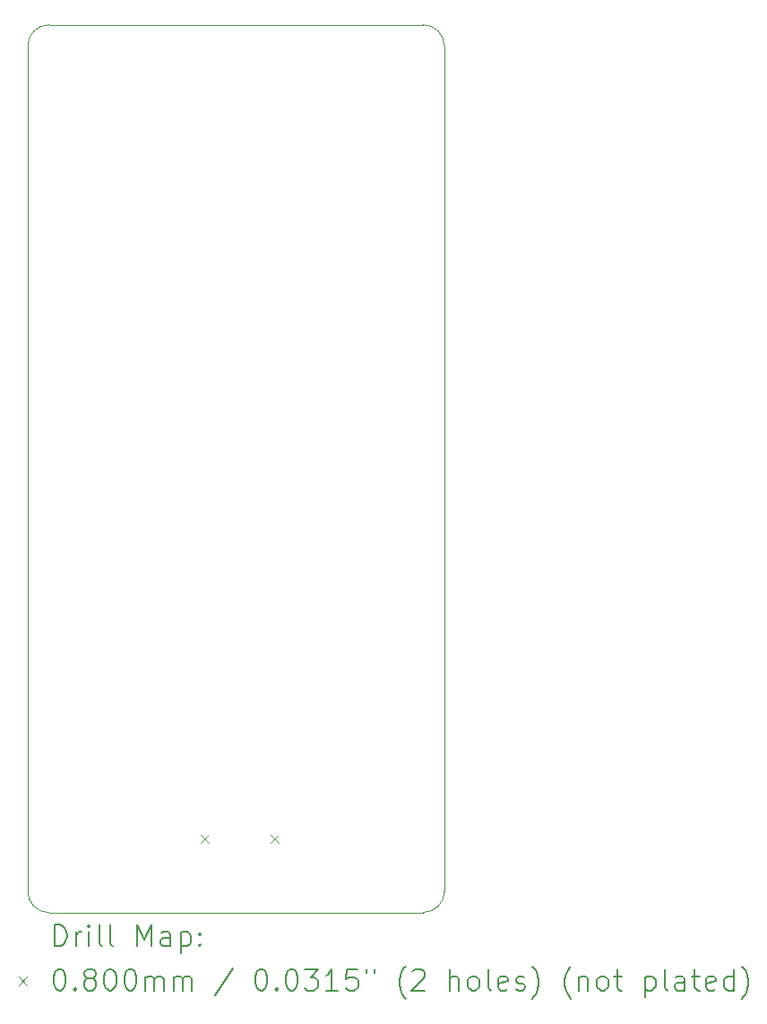
<source format=gbr>
%TF.GenerationSoftware,KiCad,Pcbnew,7.0.7*%
%TF.CreationDate,2023-10-13T22:35:03+09:00*%
%TF.ProjectId,STM32F103_dev_board,53544d33-3246-4313-9033-5f6465765f62,1.1.1*%
%TF.SameCoordinates,Original*%
%TF.FileFunction,Drillmap*%
%TF.FilePolarity,Positive*%
%FSLAX45Y45*%
G04 Gerber Fmt 4.5, Leading zero omitted, Abs format (unit mm)*
G04 Created by KiCad (PCBNEW 7.0.7) date 2023-10-13 22:35:03*
%MOMM*%
%LPD*%
G01*
G04 APERTURE LIST*
%ADD10C,0.100000*%
%ADD11C,0.200000*%
%ADD12C,0.080000*%
G04 APERTURE END LIST*
D10*
X16510000Y-5973000D02*
G75*
G03*
X16310000Y-5773000I-200000J0D01*
G01*
X12773000Y-5773000D02*
G75*
G03*
X12573000Y-5973000I0J-200000D01*
G01*
X16310000Y-14155000D02*
X12773000Y-14155000D01*
X16510000Y-5973000D02*
X16510000Y-13955000D01*
X12573000Y-13955000D02*
G75*
G03*
X12773000Y-14155000I200000J0D01*
G01*
X16310000Y-14155000D02*
G75*
G03*
X16510000Y-13955000I0J200000D01*
G01*
X12573000Y-13955000D02*
X12573000Y-5973000D01*
X12773000Y-5773000D02*
X16310000Y-5773000D01*
D11*
D12*
X14205800Y-13421700D02*
X14285800Y-13501700D01*
X14285800Y-13421700D02*
X14205800Y-13501700D01*
X14865800Y-13421700D02*
X14945800Y-13501700D01*
X14945800Y-13421700D02*
X14865800Y-13501700D01*
D11*
X12828777Y-14471484D02*
X12828777Y-14271484D01*
X12828777Y-14271484D02*
X12876396Y-14271484D01*
X12876396Y-14271484D02*
X12904967Y-14281008D01*
X12904967Y-14281008D02*
X12924015Y-14300055D01*
X12924015Y-14300055D02*
X12933539Y-14319103D01*
X12933539Y-14319103D02*
X12943062Y-14357198D01*
X12943062Y-14357198D02*
X12943062Y-14385769D01*
X12943062Y-14385769D02*
X12933539Y-14423865D01*
X12933539Y-14423865D02*
X12924015Y-14442912D01*
X12924015Y-14442912D02*
X12904967Y-14461960D01*
X12904967Y-14461960D02*
X12876396Y-14471484D01*
X12876396Y-14471484D02*
X12828777Y-14471484D01*
X13028777Y-14471484D02*
X13028777Y-14338150D01*
X13028777Y-14376246D02*
X13038301Y-14357198D01*
X13038301Y-14357198D02*
X13047824Y-14347674D01*
X13047824Y-14347674D02*
X13066872Y-14338150D01*
X13066872Y-14338150D02*
X13085920Y-14338150D01*
X13152586Y-14471484D02*
X13152586Y-14338150D01*
X13152586Y-14271484D02*
X13143062Y-14281008D01*
X13143062Y-14281008D02*
X13152586Y-14290531D01*
X13152586Y-14290531D02*
X13162110Y-14281008D01*
X13162110Y-14281008D02*
X13152586Y-14271484D01*
X13152586Y-14271484D02*
X13152586Y-14290531D01*
X13276396Y-14471484D02*
X13257348Y-14461960D01*
X13257348Y-14461960D02*
X13247824Y-14442912D01*
X13247824Y-14442912D02*
X13247824Y-14271484D01*
X13381158Y-14471484D02*
X13362110Y-14461960D01*
X13362110Y-14461960D02*
X13352586Y-14442912D01*
X13352586Y-14442912D02*
X13352586Y-14271484D01*
X13609729Y-14471484D02*
X13609729Y-14271484D01*
X13609729Y-14271484D02*
X13676396Y-14414341D01*
X13676396Y-14414341D02*
X13743062Y-14271484D01*
X13743062Y-14271484D02*
X13743062Y-14471484D01*
X13924015Y-14471484D02*
X13924015Y-14366722D01*
X13924015Y-14366722D02*
X13914491Y-14347674D01*
X13914491Y-14347674D02*
X13895443Y-14338150D01*
X13895443Y-14338150D02*
X13857348Y-14338150D01*
X13857348Y-14338150D02*
X13838301Y-14347674D01*
X13924015Y-14461960D02*
X13904967Y-14471484D01*
X13904967Y-14471484D02*
X13857348Y-14471484D01*
X13857348Y-14471484D02*
X13838301Y-14461960D01*
X13838301Y-14461960D02*
X13828777Y-14442912D01*
X13828777Y-14442912D02*
X13828777Y-14423865D01*
X13828777Y-14423865D02*
X13838301Y-14404817D01*
X13838301Y-14404817D02*
X13857348Y-14395293D01*
X13857348Y-14395293D02*
X13904967Y-14395293D01*
X13904967Y-14395293D02*
X13924015Y-14385769D01*
X14019253Y-14338150D02*
X14019253Y-14538150D01*
X14019253Y-14347674D02*
X14038301Y-14338150D01*
X14038301Y-14338150D02*
X14076396Y-14338150D01*
X14076396Y-14338150D02*
X14095443Y-14347674D01*
X14095443Y-14347674D02*
X14104967Y-14357198D01*
X14104967Y-14357198D02*
X14114491Y-14376246D01*
X14114491Y-14376246D02*
X14114491Y-14433388D01*
X14114491Y-14433388D02*
X14104967Y-14452436D01*
X14104967Y-14452436D02*
X14095443Y-14461960D01*
X14095443Y-14461960D02*
X14076396Y-14471484D01*
X14076396Y-14471484D02*
X14038301Y-14471484D01*
X14038301Y-14471484D02*
X14019253Y-14461960D01*
X14200205Y-14452436D02*
X14209729Y-14461960D01*
X14209729Y-14461960D02*
X14200205Y-14471484D01*
X14200205Y-14471484D02*
X14190682Y-14461960D01*
X14190682Y-14461960D02*
X14200205Y-14452436D01*
X14200205Y-14452436D02*
X14200205Y-14471484D01*
X14200205Y-14347674D02*
X14209729Y-14357198D01*
X14209729Y-14357198D02*
X14200205Y-14366722D01*
X14200205Y-14366722D02*
X14190682Y-14357198D01*
X14190682Y-14357198D02*
X14200205Y-14347674D01*
X14200205Y-14347674D02*
X14200205Y-14366722D01*
D12*
X12488000Y-14760000D02*
X12568000Y-14840000D01*
X12568000Y-14760000D02*
X12488000Y-14840000D01*
D11*
X12866872Y-14691484D02*
X12885920Y-14691484D01*
X12885920Y-14691484D02*
X12904967Y-14701008D01*
X12904967Y-14701008D02*
X12914491Y-14710531D01*
X12914491Y-14710531D02*
X12924015Y-14729579D01*
X12924015Y-14729579D02*
X12933539Y-14767674D01*
X12933539Y-14767674D02*
X12933539Y-14815293D01*
X12933539Y-14815293D02*
X12924015Y-14853388D01*
X12924015Y-14853388D02*
X12914491Y-14872436D01*
X12914491Y-14872436D02*
X12904967Y-14881960D01*
X12904967Y-14881960D02*
X12885920Y-14891484D01*
X12885920Y-14891484D02*
X12866872Y-14891484D01*
X12866872Y-14891484D02*
X12847824Y-14881960D01*
X12847824Y-14881960D02*
X12838301Y-14872436D01*
X12838301Y-14872436D02*
X12828777Y-14853388D01*
X12828777Y-14853388D02*
X12819253Y-14815293D01*
X12819253Y-14815293D02*
X12819253Y-14767674D01*
X12819253Y-14767674D02*
X12828777Y-14729579D01*
X12828777Y-14729579D02*
X12838301Y-14710531D01*
X12838301Y-14710531D02*
X12847824Y-14701008D01*
X12847824Y-14701008D02*
X12866872Y-14691484D01*
X13019253Y-14872436D02*
X13028777Y-14881960D01*
X13028777Y-14881960D02*
X13019253Y-14891484D01*
X13019253Y-14891484D02*
X13009729Y-14881960D01*
X13009729Y-14881960D02*
X13019253Y-14872436D01*
X13019253Y-14872436D02*
X13019253Y-14891484D01*
X13143062Y-14777198D02*
X13124015Y-14767674D01*
X13124015Y-14767674D02*
X13114491Y-14758150D01*
X13114491Y-14758150D02*
X13104967Y-14739103D01*
X13104967Y-14739103D02*
X13104967Y-14729579D01*
X13104967Y-14729579D02*
X13114491Y-14710531D01*
X13114491Y-14710531D02*
X13124015Y-14701008D01*
X13124015Y-14701008D02*
X13143062Y-14691484D01*
X13143062Y-14691484D02*
X13181158Y-14691484D01*
X13181158Y-14691484D02*
X13200205Y-14701008D01*
X13200205Y-14701008D02*
X13209729Y-14710531D01*
X13209729Y-14710531D02*
X13219253Y-14729579D01*
X13219253Y-14729579D02*
X13219253Y-14739103D01*
X13219253Y-14739103D02*
X13209729Y-14758150D01*
X13209729Y-14758150D02*
X13200205Y-14767674D01*
X13200205Y-14767674D02*
X13181158Y-14777198D01*
X13181158Y-14777198D02*
X13143062Y-14777198D01*
X13143062Y-14777198D02*
X13124015Y-14786722D01*
X13124015Y-14786722D02*
X13114491Y-14796246D01*
X13114491Y-14796246D02*
X13104967Y-14815293D01*
X13104967Y-14815293D02*
X13104967Y-14853388D01*
X13104967Y-14853388D02*
X13114491Y-14872436D01*
X13114491Y-14872436D02*
X13124015Y-14881960D01*
X13124015Y-14881960D02*
X13143062Y-14891484D01*
X13143062Y-14891484D02*
X13181158Y-14891484D01*
X13181158Y-14891484D02*
X13200205Y-14881960D01*
X13200205Y-14881960D02*
X13209729Y-14872436D01*
X13209729Y-14872436D02*
X13219253Y-14853388D01*
X13219253Y-14853388D02*
X13219253Y-14815293D01*
X13219253Y-14815293D02*
X13209729Y-14796246D01*
X13209729Y-14796246D02*
X13200205Y-14786722D01*
X13200205Y-14786722D02*
X13181158Y-14777198D01*
X13343062Y-14691484D02*
X13362110Y-14691484D01*
X13362110Y-14691484D02*
X13381158Y-14701008D01*
X13381158Y-14701008D02*
X13390682Y-14710531D01*
X13390682Y-14710531D02*
X13400205Y-14729579D01*
X13400205Y-14729579D02*
X13409729Y-14767674D01*
X13409729Y-14767674D02*
X13409729Y-14815293D01*
X13409729Y-14815293D02*
X13400205Y-14853388D01*
X13400205Y-14853388D02*
X13390682Y-14872436D01*
X13390682Y-14872436D02*
X13381158Y-14881960D01*
X13381158Y-14881960D02*
X13362110Y-14891484D01*
X13362110Y-14891484D02*
X13343062Y-14891484D01*
X13343062Y-14891484D02*
X13324015Y-14881960D01*
X13324015Y-14881960D02*
X13314491Y-14872436D01*
X13314491Y-14872436D02*
X13304967Y-14853388D01*
X13304967Y-14853388D02*
X13295443Y-14815293D01*
X13295443Y-14815293D02*
X13295443Y-14767674D01*
X13295443Y-14767674D02*
X13304967Y-14729579D01*
X13304967Y-14729579D02*
X13314491Y-14710531D01*
X13314491Y-14710531D02*
X13324015Y-14701008D01*
X13324015Y-14701008D02*
X13343062Y-14691484D01*
X13533539Y-14691484D02*
X13552586Y-14691484D01*
X13552586Y-14691484D02*
X13571634Y-14701008D01*
X13571634Y-14701008D02*
X13581158Y-14710531D01*
X13581158Y-14710531D02*
X13590682Y-14729579D01*
X13590682Y-14729579D02*
X13600205Y-14767674D01*
X13600205Y-14767674D02*
X13600205Y-14815293D01*
X13600205Y-14815293D02*
X13590682Y-14853388D01*
X13590682Y-14853388D02*
X13581158Y-14872436D01*
X13581158Y-14872436D02*
X13571634Y-14881960D01*
X13571634Y-14881960D02*
X13552586Y-14891484D01*
X13552586Y-14891484D02*
X13533539Y-14891484D01*
X13533539Y-14891484D02*
X13514491Y-14881960D01*
X13514491Y-14881960D02*
X13504967Y-14872436D01*
X13504967Y-14872436D02*
X13495443Y-14853388D01*
X13495443Y-14853388D02*
X13485920Y-14815293D01*
X13485920Y-14815293D02*
X13485920Y-14767674D01*
X13485920Y-14767674D02*
X13495443Y-14729579D01*
X13495443Y-14729579D02*
X13504967Y-14710531D01*
X13504967Y-14710531D02*
X13514491Y-14701008D01*
X13514491Y-14701008D02*
X13533539Y-14691484D01*
X13685920Y-14891484D02*
X13685920Y-14758150D01*
X13685920Y-14777198D02*
X13695443Y-14767674D01*
X13695443Y-14767674D02*
X13714491Y-14758150D01*
X13714491Y-14758150D02*
X13743063Y-14758150D01*
X13743063Y-14758150D02*
X13762110Y-14767674D01*
X13762110Y-14767674D02*
X13771634Y-14786722D01*
X13771634Y-14786722D02*
X13771634Y-14891484D01*
X13771634Y-14786722D02*
X13781158Y-14767674D01*
X13781158Y-14767674D02*
X13800205Y-14758150D01*
X13800205Y-14758150D02*
X13828777Y-14758150D01*
X13828777Y-14758150D02*
X13847824Y-14767674D01*
X13847824Y-14767674D02*
X13857348Y-14786722D01*
X13857348Y-14786722D02*
X13857348Y-14891484D01*
X13952586Y-14891484D02*
X13952586Y-14758150D01*
X13952586Y-14777198D02*
X13962110Y-14767674D01*
X13962110Y-14767674D02*
X13981158Y-14758150D01*
X13981158Y-14758150D02*
X14009729Y-14758150D01*
X14009729Y-14758150D02*
X14028777Y-14767674D01*
X14028777Y-14767674D02*
X14038301Y-14786722D01*
X14038301Y-14786722D02*
X14038301Y-14891484D01*
X14038301Y-14786722D02*
X14047824Y-14767674D01*
X14047824Y-14767674D02*
X14066872Y-14758150D01*
X14066872Y-14758150D02*
X14095443Y-14758150D01*
X14095443Y-14758150D02*
X14114491Y-14767674D01*
X14114491Y-14767674D02*
X14124015Y-14786722D01*
X14124015Y-14786722D02*
X14124015Y-14891484D01*
X14514491Y-14681960D02*
X14343063Y-14939103D01*
X14771634Y-14691484D02*
X14790682Y-14691484D01*
X14790682Y-14691484D02*
X14809729Y-14701008D01*
X14809729Y-14701008D02*
X14819253Y-14710531D01*
X14819253Y-14710531D02*
X14828777Y-14729579D01*
X14828777Y-14729579D02*
X14838301Y-14767674D01*
X14838301Y-14767674D02*
X14838301Y-14815293D01*
X14838301Y-14815293D02*
X14828777Y-14853388D01*
X14828777Y-14853388D02*
X14819253Y-14872436D01*
X14819253Y-14872436D02*
X14809729Y-14881960D01*
X14809729Y-14881960D02*
X14790682Y-14891484D01*
X14790682Y-14891484D02*
X14771634Y-14891484D01*
X14771634Y-14891484D02*
X14752586Y-14881960D01*
X14752586Y-14881960D02*
X14743063Y-14872436D01*
X14743063Y-14872436D02*
X14733539Y-14853388D01*
X14733539Y-14853388D02*
X14724015Y-14815293D01*
X14724015Y-14815293D02*
X14724015Y-14767674D01*
X14724015Y-14767674D02*
X14733539Y-14729579D01*
X14733539Y-14729579D02*
X14743063Y-14710531D01*
X14743063Y-14710531D02*
X14752586Y-14701008D01*
X14752586Y-14701008D02*
X14771634Y-14691484D01*
X14924015Y-14872436D02*
X14933539Y-14881960D01*
X14933539Y-14881960D02*
X14924015Y-14891484D01*
X14924015Y-14891484D02*
X14914491Y-14881960D01*
X14914491Y-14881960D02*
X14924015Y-14872436D01*
X14924015Y-14872436D02*
X14924015Y-14891484D01*
X15057348Y-14691484D02*
X15076396Y-14691484D01*
X15076396Y-14691484D02*
X15095444Y-14701008D01*
X15095444Y-14701008D02*
X15104967Y-14710531D01*
X15104967Y-14710531D02*
X15114491Y-14729579D01*
X15114491Y-14729579D02*
X15124015Y-14767674D01*
X15124015Y-14767674D02*
X15124015Y-14815293D01*
X15124015Y-14815293D02*
X15114491Y-14853388D01*
X15114491Y-14853388D02*
X15104967Y-14872436D01*
X15104967Y-14872436D02*
X15095444Y-14881960D01*
X15095444Y-14881960D02*
X15076396Y-14891484D01*
X15076396Y-14891484D02*
X15057348Y-14891484D01*
X15057348Y-14891484D02*
X15038301Y-14881960D01*
X15038301Y-14881960D02*
X15028777Y-14872436D01*
X15028777Y-14872436D02*
X15019253Y-14853388D01*
X15019253Y-14853388D02*
X15009729Y-14815293D01*
X15009729Y-14815293D02*
X15009729Y-14767674D01*
X15009729Y-14767674D02*
X15019253Y-14729579D01*
X15019253Y-14729579D02*
X15028777Y-14710531D01*
X15028777Y-14710531D02*
X15038301Y-14701008D01*
X15038301Y-14701008D02*
X15057348Y-14691484D01*
X15190682Y-14691484D02*
X15314491Y-14691484D01*
X15314491Y-14691484D02*
X15247825Y-14767674D01*
X15247825Y-14767674D02*
X15276396Y-14767674D01*
X15276396Y-14767674D02*
X15295444Y-14777198D01*
X15295444Y-14777198D02*
X15304967Y-14786722D01*
X15304967Y-14786722D02*
X15314491Y-14805769D01*
X15314491Y-14805769D02*
X15314491Y-14853388D01*
X15314491Y-14853388D02*
X15304967Y-14872436D01*
X15304967Y-14872436D02*
X15295444Y-14881960D01*
X15295444Y-14881960D02*
X15276396Y-14891484D01*
X15276396Y-14891484D02*
X15219253Y-14891484D01*
X15219253Y-14891484D02*
X15200206Y-14881960D01*
X15200206Y-14881960D02*
X15190682Y-14872436D01*
X15504967Y-14891484D02*
X15390682Y-14891484D01*
X15447825Y-14891484D02*
X15447825Y-14691484D01*
X15447825Y-14691484D02*
X15428777Y-14720055D01*
X15428777Y-14720055D02*
X15409729Y-14739103D01*
X15409729Y-14739103D02*
X15390682Y-14748627D01*
X15685920Y-14691484D02*
X15590682Y-14691484D01*
X15590682Y-14691484D02*
X15581158Y-14786722D01*
X15581158Y-14786722D02*
X15590682Y-14777198D01*
X15590682Y-14777198D02*
X15609729Y-14767674D01*
X15609729Y-14767674D02*
X15657348Y-14767674D01*
X15657348Y-14767674D02*
X15676396Y-14777198D01*
X15676396Y-14777198D02*
X15685920Y-14786722D01*
X15685920Y-14786722D02*
X15695444Y-14805769D01*
X15695444Y-14805769D02*
X15695444Y-14853388D01*
X15695444Y-14853388D02*
X15685920Y-14872436D01*
X15685920Y-14872436D02*
X15676396Y-14881960D01*
X15676396Y-14881960D02*
X15657348Y-14891484D01*
X15657348Y-14891484D02*
X15609729Y-14891484D01*
X15609729Y-14891484D02*
X15590682Y-14881960D01*
X15590682Y-14881960D02*
X15581158Y-14872436D01*
X15771634Y-14691484D02*
X15771634Y-14729579D01*
X15847825Y-14691484D02*
X15847825Y-14729579D01*
X16143063Y-14967674D02*
X16133539Y-14958150D01*
X16133539Y-14958150D02*
X16114491Y-14929579D01*
X16114491Y-14929579D02*
X16104968Y-14910531D01*
X16104968Y-14910531D02*
X16095444Y-14881960D01*
X16095444Y-14881960D02*
X16085920Y-14834341D01*
X16085920Y-14834341D02*
X16085920Y-14796246D01*
X16085920Y-14796246D02*
X16095444Y-14748627D01*
X16095444Y-14748627D02*
X16104968Y-14720055D01*
X16104968Y-14720055D02*
X16114491Y-14701008D01*
X16114491Y-14701008D02*
X16133539Y-14672436D01*
X16133539Y-14672436D02*
X16143063Y-14662912D01*
X16209729Y-14710531D02*
X16219253Y-14701008D01*
X16219253Y-14701008D02*
X16238301Y-14691484D01*
X16238301Y-14691484D02*
X16285920Y-14691484D01*
X16285920Y-14691484D02*
X16304968Y-14701008D01*
X16304968Y-14701008D02*
X16314491Y-14710531D01*
X16314491Y-14710531D02*
X16324015Y-14729579D01*
X16324015Y-14729579D02*
X16324015Y-14748627D01*
X16324015Y-14748627D02*
X16314491Y-14777198D01*
X16314491Y-14777198D02*
X16200206Y-14891484D01*
X16200206Y-14891484D02*
X16324015Y-14891484D01*
X16562110Y-14891484D02*
X16562110Y-14691484D01*
X16647825Y-14891484D02*
X16647825Y-14786722D01*
X16647825Y-14786722D02*
X16638301Y-14767674D01*
X16638301Y-14767674D02*
X16619253Y-14758150D01*
X16619253Y-14758150D02*
X16590682Y-14758150D01*
X16590682Y-14758150D02*
X16571634Y-14767674D01*
X16571634Y-14767674D02*
X16562110Y-14777198D01*
X16771634Y-14891484D02*
X16752587Y-14881960D01*
X16752587Y-14881960D02*
X16743063Y-14872436D01*
X16743063Y-14872436D02*
X16733539Y-14853388D01*
X16733539Y-14853388D02*
X16733539Y-14796246D01*
X16733539Y-14796246D02*
X16743063Y-14777198D01*
X16743063Y-14777198D02*
X16752587Y-14767674D01*
X16752587Y-14767674D02*
X16771634Y-14758150D01*
X16771634Y-14758150D02*
X16800206Y-14758150D01*
X16800206Y-14758150D02*
X16819253Y-14767674D01*
X16819253Y-14767674D02*
X16828777Y-14777198D01*
X16828777Y-14777198D02*
X16838301Y-14796246D01*
X16838301Y-14796246D02*
X16838301Y-14853388D01*
X16838301Y-14853388D02*
X16828777Y-14872436D01*
X16828777Y-14872436D02*
X16819253Y-14881960D01*
X16819253Y-14881960D02*
X16800206Y-14891484D01*
X16800206Y-14891484D02*
X16771634Y-14891484D01*
X16952587Y-14891484D02*
X16933539Y-14881960D01*
X16933539Y-14881960D02*
X16924015Y-14862912D01*
X16924015Y-14862912D02*
X16924015Y-14691484D01*
X17104968Y-14881960D02*
X17085920Y-14891484D01*
X17085920Y-14891484D02*
X17047825Y-14891484D01*
X17047825Y-14891484D02*
X17028777Y-14881960D01*
X17028777Y-14881960D02*
X17019253Y-14862912D01*
X17019253Y-14862912D02*
X17019253Y-14786722D01*
X17019253Y-14786722D02*
X17028777Y-14767674D01*
X17028777Y-14767674D02*
X17047825Y-14758150D01*
X17047825Y-14758150D02*
X17085920Y-14758150D01*
X17085920Y-14758150D02*
X17104968Y-14767674D01*
X17104968Y-14767674D02*
X17114492Y-14786722D01*
X17114492Y-14786722D02*
X17114492Y-14805769D01*
X17114492Y-14805769D02*
X17019253Y-14824817D01*
X17190682Y-14881960D02*
X17209730Y-14891484D01*
X17209730Y-14891484D02*
X17247825Y-14891484D01*
X17247825Y-14891484D02*
X17266873Y-14881960D01*
X17266873Y-14881960D02*
X17276396Y-14862912D01*
X17276396Y-14862912D02*
X17276396Y-14853388D01*
X17276396Y-14853388D02*
X17266873Y-14834341D01*
X17266873Y-14834341D02*
X17247825Y-14824817D01*
X17247825Y-14824817D02*
X17219253Y-14824817D01*
X17219253Y-14824817D02*
X17200206Y-14815293D01*
X17200206Y-14815293D02*
X17190682Y-14796246D01*
X17190682Y-14796246D02*
X17190682Y-14786722D01*
X17190682Y-14786722D02*
X17200206Y-14767674D01*
X17200206Y-14767674D02*
X17219253Y-14758150D01*
X17219253Y-14758150D02*
X17247825Y-14758150D01*
X17247825Y-14758150D02*
X17266873Y-14767674D01*
X17343063Y-14967674D02*
X17352587Y-14958150D01*
X17352587Y-14958150D02*
X17371634Y-14929579D01*
X17371634Y-14929579D02*
X17381158Y-14910531D01*
X17381158Y-14910531D02*
X17390682Y-14881960D01*
X17390682Y-14881960D02*
X17400206Y-14834341D01*
X17400206Y-14834341D02*
X17400206Y-14796246D01*
X17400206Y-14796246D02*
X17390682Y-14748627D01*
X17390682Y-14748627D02*
X17381158Y-14720055D01*
X17381158Y-14720055D02*
X17371634Y-14701008D01*
X17371634Y-14701008D02*
X17352587Y-14672436D01*
X17352587Y-14672436D02*
X17343063Y-14662912D01*
X17704968Y-14967674D02*
X17695444Y-14958150D01*
X17695444Y-14958150D02*
X17676396Y-14929579D01*
X17676396Y-14929579D02*
X17666873Y-14910531D01*
X17666873Y-14910531D02*
X17657349Y-14881960D01*
X17657349Y-14881960D02*
X17647825Y-14834341D01*
X17647825Y-14834341D02*
X17647825Y-14796246D01*
X17647825Y-14796246D02*
X17657349Y-14748627D01*
X17657349Y-14748627D02*
X17666873Y-14720055D01*
X17666873Y-14720055D02*
X17676396Y-14701008D01*
X17676396Y-14701008D02*
X17695444Y-14672436D01*
X17695444Y-14672436D02*
X17704968Y-14662912D01*
X17781158Y-14758150D02*
X17781158Y-14891484D01*
X17781158Y-14777198D02*
X17790682Y-14767674D01*
X17790682Y-14767674D02*
X17809730Y-14758150D01*
X17809730Y-14758150D02*
X17838301Y-14758150D01*
X17838301Y-14758150D02*
X17857349Y-14767674D01*
X17857349Y-14767674D02*
X17866873Y-14786722D01*
X17866873Y-14786722D02*
X17866873Y-14891484D01*
X17990682Y-14891484D02*
X17971634Y-14881960D01*
X17971634Y-14881960D02*
X17962111Y-14872436D01*
X17962111Y-14872436D02*
X17952587Y-14853388D01*
X17952587Y-14853388D02*
X17952587Y-14796246D01*
X17952587Y-14796246D02*
X17962111Y-14777198D01*
X17962111Y-14777198D02*
X17971634Y-14767674D01*
X17971634Y-14767674D02*
X17990682Y-14758150D01*
X17990682Y-14758150D02*
X18019254Y-14758150D01*
X18019254Y-14758150D02*
X18038301Y-14767674D01*
X18038301Y-14767674D02*
X18047825Y-14777198D01*
X18047825Y-14777198D02*
X18057349Y-14796246D01*
X18057349Y-14796246D02*
X18057349Y-14853388D01*
X18057349Y-14853388D02*
X18047825Y-14872436D01*
X18047825Y-14872436D02*
X18038301Y-14881960D01*
X18038301Y-14881960D02*
X18019254Y-14891484D01*
X18019254Y-14891484D02*
X17990682Y-14891484D01*
X18114492Y-14758150D02*
X18190682Y-14758150D01*
X18143063Y-14691484D02*
X18143063Y-14862912D01*
X18143063Y-14862912D02*
X18152587Y-14881960D01*
X18152587Y-14881960D02*
X18171634Y-14891484D01*
X18171634Y-14891484D02*
X18190682Y-14891484D01*
X18409730Y-14758150D02*
X18409730Y-14958150D01*
X18409730Y-14767674D02*
X18428777Y-14758150D01*
X18428777Y-14758150D02*
X18466873Y-14758150D01*
X18466873Y-14758150D02*
X18485920Y-14767674D01*
X18485920Y-14767674D02*
X18495444Y-14777198D01*
X18495444Y-14777198D02*
X18504968Y-14796246D01*
X18504968Y-14796246D02*
X18504968Y-14853388D01*
X18504968Y-14853388D02*
X18495444Y-14872436D01*
X18495444Y-14872436D02*
X18485920Y-14881960D01*
X18485920Y-14881960D02*
X18466873Y-14891484D01*
X18466873Y-14891484D02*
X18428777Y-14891484D01*
X18428777Y-14891484D02*
X18409730Y-14881960D01*
X18619254Y-14891484D02*
X18600206Y-14881960D01*
X18600206Y-14881960D02*
X18590682Y-14862912D01*
X18590682Y-14862912D02*
X18590682Y-14691484D01*
X18781158Y-14891484D02*
X18781158Y-14786722D01*
X18781158Y-14786722D02*
X18771635Y-14767674D01*
X18771635Y-14767674D02*
X18752587Y-14758150D01*
X18752587Y-14758150D02*
X18714492Y-14758150D01*
X18714492Y-14758150D02*
X18695444Y-14767674D01*
X18781158Y-14881960D02*
X18762111Y-14891484D01*
X18762111Y-14891484D02*
X18714492Y-14891484D01*
X18714492Y-14891484D02*
X18695444Y-14881960D01*
X18695444Y-14881960D02*
X18685920Y-14862912D01*
X18685920Y-14862912D02*
X18685920Y-14843865D01*
X18685920Y-14843865D02*
X18695444Y-14824817D01*
X18695444Y-14824817D02*
X18714492Y-14815293D01*
X18714492Y-14815293D02*
X18762111Y-14815293D01*
X18762111Y-14815293D02*
X18781158Y-14805769D01*
X18847825Y-14758150D02*
X18924015Y-14758150D01*
X18876396Y-14691484D02*
X18876396Y-14862912D01*
X18876396Y-14862912D02*
X18885920Y-14881960D01*
X18885920Y-14881960D02*
X18904968Y-14891484D01*
X18904968Y-14891484D02*
X18924015Y-14891484D01*
X19066873Y-14881960D02*
X19047825Y-14891484D01*
X19047825Y-14891484D02*
X19009730Y-14891484D01*
X19009730Y-14891484D02*
X18990682Y-14881960D01*
X18990682Y-14881960D02*
X18981158Y-14862912D01*
X18981158Y-14862912D02*
X18981158Y-14786722D01*
X18981158Y-14786722D02*
X18990682Y-14767674D01*
X18990682Y-14767674D02*
X19009730Y-14758150D01*
X19009730Y-14758150D02*
X19047825Y-14758150D01*
X19047825Y-14758150D02*
X19066873Y-14767674D01*
X19066873Y-14767674D02*
X19076396Y-14786722D01*
X19076396Y-14786722D02*
X19076396Y-14805769D01*
X19076396Y-14805769D02*
X18981158Y-14824817D01*
X19247825Y-14891484D02*
X19247825Y-14691484D01*
X19247825Y-14881960D02*
X19228777Y-14891484D01*
X19228777Y-14891484D02*
X19190682Y-14891484D01*
X19190682Y-14891484D02*
X19171635Y-14881960D01*
X19171635Y-14881960D02*
X19162111Y-14872436D01*
X19162111Y-14872436D02*
X19152587Y-14853388D01*
X19152587Y-14853388D02*
X19152587Y-14796246D01*
X19152587Y-14796246D02*
X19162111Y-14777198D01*
X19162111Y-14777198D02*
X19171635Y-14767674D01*
X19171635Y-14767674D02*
X19190682Y-14758150D01*
X19190682Y-14758150D02*
X19228777Y-14758150D01*
X19228777Y-14758150D02*
X19247825Y-14767674D01*
X19324016Y-14967674D02*
X19333539Y-14958150D01*
X19333539Y-14958150D02*
X19352587Y-14929579D01*
X19352587Y-14929579D02*
X19362111Y-14910531D01*
X19362111Y-14910531D02*
X19371635Y-14881960D01*
X19371635Y-14881960D02*
X19381158Y-14834341D01*
X19381158Y-14834341D02*
X19381158Y-14796246D01*
X19381158Y-14796246D02*
X19371635Y-14748627D01*
X19371635Y-14748627D02*
X19362111Y-14720055D01*
X19362111Y-14720055D02*
X19352587Y-14701008D01*
X19352587Y-14701008D02*
X19333539Y-14672436D01*
X19333539Y-14672436D02*
X19324016Y-14662912D01*
M02*

</source>
